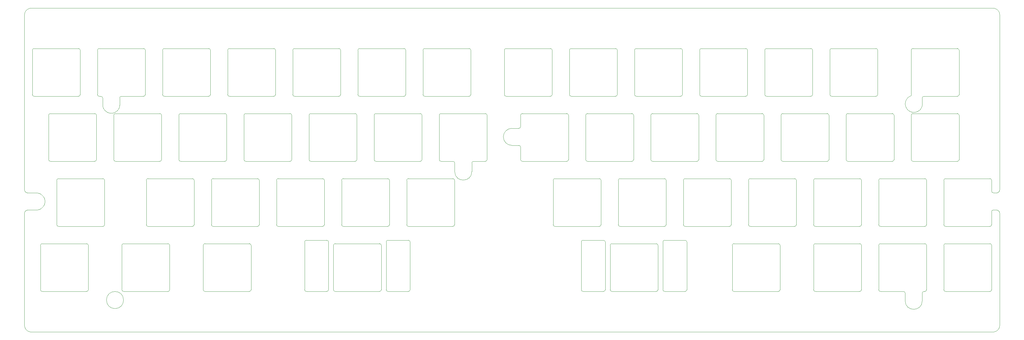
<source format=gbr>
%TF.GenerationSoftware,KiCad,Pcbnew,8.0.0*%
%TF.CreationDate,2024-04-24T08:36:32-07:00*%
%TF.ProjectId,plate,706c6174-652e-46b6-9963-61645f706362,rev?*%
%TF.SameCoordinates,Original*%
%TF.FileFunction,Profile,NP*%
%FSLAX46Y46*%
G04 Gerber Fmt 4.6, Leading zero omitted, Abs format (unit mm)*
G04 Created by KiCad (PCBNEW 8.0.0) date 2024-04-24 08:36:32*
%MOMM*%
%LPD*%
G01*
G04 APERTURE LIST*
%TA.AperFunction,Profile*%
%ADD10C,0.010000*%
%TD*%
%ADD11C,0.010000*%
G04 APERTURE END LIST*
D10*
X249766750Y-157720000D02*
G75*
G02*
X249266800Y-157219999I50J500000D01*
G01*
X140172498Y-119620000D02*
X127172500Y-119620000D01*
X65260000Y-100570000D02*
G75*
G02*
X64760000Y-100069999I0J500000D01*
G01*
X192559998Y-100570000D02*
X179560000Y-100570000D01*
X152866249Y-144220001D02*
G75*
G02*
X153366250Y-143719949I500051J1D01*
G01*
X197822499Y-106120002D02*
X197822499Y-119119999D01*
X146222500Y-119620000D02*
G75*
G02*
X145722500Y-119119999I0J500000D01*
G01*
X345459999Y-134344711D02*
X345459999Y-138169999D01*
X264784999Y-106120001D02*
G75*
G02*
X265285000Y-105619999I500001J1D01*
G01*
X260022499Y-100069999D02*
X260022499Y-87070001D01*
X217660000Y-124670000D02*
X230659998Y-124670000D01*
X135409998Y-100570000D02*
X122410000Y-100570000D01*
X256266749Y-143220002D02*
X256266749Y-157219999D01*
X150197499Y-138169999D02*
G75*
G02*
X149697498Y-138669999I-499999J-1D01*
G01*
X331960000Y-143720000D02*
X344959998Y-143720000D01*
X64759999Y-100069999D02*
X64759999Y-87070001D01*
X155747500Y-138670000D02*
G75*
G02*
X155247500Y-138169999I0J500000D01*
G01*
X321934999Y-100353175D02*
X321934999Y-87070001D01*
X293860000Y-124670000D02*
X306859998Y-124670000D01*
X144428249Y-143220001D02*
G75*
G02*
X144928250Y-142719949I500051J1D01*
G01*
X72403750Y-138670000D02*
G75*
G02*
X71903800Y-138169999I50J500000D01*
G01*
X316384998Y-105620000D02*
G75*
G02*
X316885000Y-106120002I2J-500000D01*
G01*
X83022498Y-105620000D02*
G75*
G02*
X83522500Y-106120002I2J-500000D01*
G01*
X278784999Y-106120002D02*
X278784999Y-119119999D01*
X169247499Y-138169999D02*
G75*
G02*
X168747498Y-138669999I-499999J-1D01*
G01*
D11*
X63437748Y-133844710D02*
X63386291Y-133846010D01*
X63335510Y-133849870D01*
X63285467Y-133856227D01*
X63236226Y-133865017D01*
X63187848Y-133876179D01*
X63140397Y-133889649D01*
X63093936Y-133905365D01*
X63048527Y-133923263D01*
X63004234Y-133943282D01*
X62961119Y-133965357D01*
X62919244Y-133989428D01*
X62878673Y-134015429D01*
X62839469Y-134043300D01*
X62801695Y-134072978D01*
X62765412Y-134104398D01*
X62730685Y-134137500D01*
X62697576Y-134172219D01*
X62666147Y-134208493D01*
X62636462Y-134246260D01*
X62608583Y-134285456D01*
X62582574Y-134326020D01*
X62558496Y-134367887D01*
X62536414Y-134410996D01*
X62516389Y-134455283D01*
X62498485Y-134500686D01*
X62482764Y-134547142D01*
X62469289Y-134594588D01*
X62458124Y-134642962D01*
X62449330Y-134692200D01*
X62442971Y-134742241D01*
X62439110Y-134793020D01*
X62437809Y-134844477D01*
D10*
X65260000Y-86570000D02*
X78259998Y-86570000D01*
X168304249Y-157219999D02*
X168304249Y-143220001D01*
X108122500Y-105620000D02*
X121122498Y-105620000D01*
X135409998Y-86570000D02*
G75*
G02*
X135910000Y-87070002I2J-500000D01*
G01*
X347787661Y-167569439D02*
X347787661Y-134844477D01*
X140959999Y-100069999D02*
X140959999Y-87070001D01*
X141460000Y-86570000D02*
X154459998Y-86570000D01*
X207134998Y-109955490D02*
X205085306Y-109955490D01*
D11*
X320162819Y-102745489D02*
X320164991Y-102640314D01*
X320171452Y-102536247D01*
X320182115Y-102433371D01*
X320196896Y-102331773D01*
X320215708Y-102231539D01*
X320238466Y-102132754D01*
X320265085Y-102035502D01*
X320295478Y-101939871D01*
X320329561Y-101845946D01*
X320367248Y-101753811D01*
X320408453Y-101663554D01*
X320453091Y-101575258D01*
X320501076Y-101489010D01*
X320552323Y-101404896D01*
X320606746Y-101323001D01*
X320664260Y-101243410D01*
X320724778Y-101166208D01*
X320788217Y-101091483D01*
X320854489Y-101019319D01*
X320923509Y-100949801D01*
X320995193Y-100883016D01*
X321069454Y-100819048D01*
X321146207Y-100757984D01*
X321225366Y-100699909D01*
X321306845Y-100644908D01*
X321390560Y-100593067D01*
X321476425Y-100544472D01*
X321564353Y-100499208D01*
X321654261Y-100457361D01*
X321746061Y-100419016D01*
X321839669Y-100384258D01*
X321934999Y-100353175D01*
D10*
X306859998Y-157720000D02*
X293860000Y-157720000D01*
X149697498Y-138670000D02*
X136697500Y-138670000D01*
X335434998Y-86570000D02*
G75*
G02*
X335935000Y-87070002I2J-500000D01*
G01*
X231890748Y-157720000D02*
X225890750Y-157720000D01*
X117647500Y-124670000D02*
X130647498Y-124670000D01*
X83522499Y-119119999D02*
G75*
G02*
X83022498Y-119619999I-499999J-1D01*
G01*
X154459998Y-86570000D02*
G75*
G02*
X154960000Y-87070002I2J-500000D01*
G01*
X240972499Y-100069999D02*
X240972499Y-87070001D01*
X268759998Y-138670000D02*
X255760000Y-138670000D01*
X222422500Y-86570000D02*
X235422498Y-86570000D01*
X179059999Y-87070001D02*
G75*
G02*
X179560000Y-86569999I500001J1D01*
G01*
X222422500Y-100570000D02*
G75*
G02*
X221922500Y-100069999I0J500000D01*
G01*
X331960000Y-138670000D02*
G75*
G02*
X331460000Y-138169999I0J500000D01*
G01*
X85403748Y-124670000D02*
G75*
G02*
X85903700Y-125170002I-48J-500000D01*
G01*
X83522499Y-106120002D02*
X83522499Y-119119999D01*
X116859999Y-100069999D02*
G75*
G02*
X116359998Y-100569999I-499999J-1D01*
G01*
X160510000Y-100570000D02*
G75*
G02*
X160010000Y-100069999I0J500000D01*
G01*
X335934999Y-100069999D02*
G75*
G02*
X335434998Y-100569999I-499999J-1D01*
G01*
X67641250Y-157720000D02*
G75*
G02*
X67141300Y-157219999I50J500000D01*
G01*
X174797500Y-124670000D02*
X187797498Y-124670000D01*
X128266248Y-143720000D02*
G75*
G02*
X128766200Y-144220002I-48J-500000D01*
G01*
X121122498Y-119620000D02*
X108122500Y-119620000D01*
X197322498Y-105620000D02*
G75*
G02*
X197822500Y-106120002I2J-500000D01*
G01*
X335434998Y-100570000D02*
X325662687Y-100570000D01*
X335934999Y-119119999D02*
G75*
G02*
X335434998Y-119619999I-499999J-1D01*
G01*
X175304249Y-157219999D02*
G75*
G02*
X174804248Y-157720049I-500049J-1D01*
G01*
X188351146Y-122620000D02*
X188351146Y-120120001D01*
X173509998Y-86570000D02*
G75*
G02*
X174010000Y-87070002I2J-500000D01*
G01*
X312409999Y-144220001D02*
G75*
G02*
X312910000Y-143719999I500001J1D01*
G01*
X121622499Y-119119999D02*
G75*
G02*
X121122498Y-119619999I-499999J-1D01*
G01*
X203372500Y-100570000D02*
G75*
G02*
X202872500Y-100069999I0J500000D01*
G01*
X287809998Y-124670000D02*
G75*
G02*
X288310000Y-125170002I2J-500000D01*
G01*
X85903749Y-125170002D02*
X85903749Y-138169999D01*
X269259999Y-138169999D02*
G75*
G02*
X268759998Y-138669999I-499999J-1D01*
G01*
X344959998Y-143720000D02*
G75*
G02*
X345460000Y-144220002I2J-500000D01*
G01*
X160009999Y-87070001D02*
G75*
G02*
X160510000Y-86569999I500001J1D01*
G01*
X292572498Y-86570000D02*
G75*
G02*
X293072500Y-87070002I2J-500000D01*
G01*
X322435000Y-119620000D02*
G75*
G02*
X321935000Y-119119999I0J500000D01*
G01*
D11*
X345787784Y-169569317D02*
X345890697Y-169566714D01*
X345992259Y-169558991D01*
X346092344Y-169546273D01*
X346190827Y-169528686D01*
X346287582Y-169506355D01*
X346382484Y-169479406D01*
X346475406Y-169447964D01*
X346566224Y-169412156D01*
X346654811Y-169372106D01*
X346741042Y-169327941D01*
X346824790Y-169279786D01*
X346905932Y-169227768D01*
X346984340Y-169172010D01*
X347059889Y-169112640D01*
X347132454Y-169049783D01*
X347201908Y-168983564D01*
X347268127Y-168914110D01*
X347330984Y-168841545D01*
X347390354Y-168765996D01*
X347446112Y-168687587D01*
X347498131Y-168606446D01*
X347546285Y-168522697D01*
X347590450Y-168436467D01*
X347630500Y-168347880D01*
X347666308Y-168257062D01*
X347697750Y-168164140D01*
X347724699Y-168069238D01*
X347747030Y-167972482D01*
X347764617Y-167873999D01*
X347777335Y-167773914D01*
X347785058Y-167672352D01*
X347787661Y-167569439D01*
D10*
X303385000Y-119620000D02*
G75*
G02*
X302885000Y-119119999I0J500000D01*
G01*
X184322500Y-119620000D02*
G75*
G02*
X183822500Y-119119999I0J500000D01*
G01*
X325909998Y-143720000D02*
G75*
G02*
X326410000Y-144220002I2J-500000D01*
G01*
X306859998Y-138670000D02*
X293860000Y-138670000D01*
X240684999Y-119119999D02*
G75*
G02*
X240184998Y-119619999I-499999J-1D01*
G01*
D11*
X62437809Y-127847833D02*
X62439110Y-127899289D01*
X62442971Y-127950072D01*
X62449330Y-128000117D01*
X62458124Y-128049362D01*
X62469289Y-128097743D01*
X62482764Y-128145199D01*
X62498485Y-128191665D01*
X62516389Y-128237079D01*
X62536414Y-128281379D01*
X62558496Y-128324501D01*
X62582574Y-128366383D01*
X62608583Y-128406961D01*
X62636462Y-128446173D01*
X62666147Y-128483955D01*
X62697576Y-128520246D01*
X62730685Y-128554981D01*
X62765412Y-128588098D01*
X62801695Y-128619535D01*
X62839469Y-128649228D01*
X62878673Y-128677114D01*
X62919244Y-128703131D01*
X62961119Y-128727216D01*
X63004234Y-128749305D01*
X63048527Y-128769336D01*
X63093936Y-128787246D01*
X63140397Y-128802972D01*
X63187848Y-128816451D01*
X63236226Y-128827621D01*
X63285467Y-128836418D01*
X63335510Y-128842779D01*
X63386291Y-128846642D01*
X63437748Y-128847944D01*
D10*
X85313416Y-102996010D02*
X85313416Y-101070001D01*
X121622499Y-106120002D02*
X121622499Y-119119999D01*
X231159999Y-138169999D02*
G75*
G02*
X230659998Y-138669999I-499999J-1D01*
G01*
X226684999Y-119119999D02*
X226684999Y-106120001D01*
X335934999Y-106120002D02*
X335934999Y-119119999D01*
X130647498Y-138670000D02*
X117647500Y-138670000D01*
X67141249Y-157219999D02*
X67141249Y-144220001D01*
X140672499Y-106120002D02*
X140672499Y-119119999D01*
X63437748Y-128847944D02*
X65927519Y-128847944D01*
X278284998Y-119620000D02*
X265285000Y-119620000D01*
X236209999Y-138169999D02*
X236209999Y-125170001D01*
X319662855Y-157720000D02*
G75*
G02*
X320162900Y-158220001I45J-500000D01*
G01*
X140172498Y-105620000D02*
G75*
G02*
X140672500Y-106120002I2J-500000D01*
G01*
X297834999Y-106120002D02*
X297834999Y-119119999D01*
X306859998Y-124670000D02*
G75*
G02*
X307360000Y-125170002I2J-500000D01*
G01*
X312910000Y-157720000D02*
G75*
G02*
X312410000Y-157219999I0J500000D01*
G01*
X293072499Y-87070002D02*
X293072499Y-100069999D01*
X278284998Y-105620000D02*
G75*
G02*
X278785000Y-106120002I2J-500000D01*
G01*
X128266248Y-157720000D02*
X115266250Y-157720000D01*
X293072499Y-100069999D02*
G75*
G02*
X292572498Y-100569999I-499999J-1D01*
G01*
X216372498Y-100570000D02*
X203372500Y-100570000D01*
X292572498Y-100570000D02*
X279572500Y-100570000D01*
X144428249Y-157219999D02*
X144428249Y-143220001D01*
X321934999Y-119119999D02*
X321934999Y-106120001D01*
X216872499Y-87070002D02*
X216872499Y-100069999D01*
X153366250Y-143720000D02*
X166366248Y-143720000D01*
X207634999Y-109455489D02*
G75*
G02*
X207134998Y-109955499I-499999J-11D01*
G01*
X78759999Y-87070002D02*
X78759999Y-100069999D01*
X97309998Y-100570000D02*
X90813456Y-100570000D01*
X284335000Y-105620000D02*
X297334998Y-105620000D01*
X283047498Y-157720000D02*
X270047500Y-157720000D01*
X165272500Y-119620000D02*
G75*
G02*
X164772500Y-119119999I0J500000D01*
G01*
X78259998Y-100570000D02*
X65260000Y-100570000D01*
X80641248Y-157720000D02*
X67641250Y-157720000D01*
X260022499Y-87070001D02*
G75*
G02*
X260522500Y-86569999I500001J1D01*
G01*
X298122499Y-100069999D02*
X298122499Y-87070001D01*
X165272500Y-105620000D02*
X178272498Y-105620000D01*
X344959998Y-124670000D02*
G75*
G02*
X345460000Y-125170002I2J-500000D01*
G01*
X269259999Y-125170002D02*
X269259999Y-138169999D01*
D11*
X346787895Y-128847944D02*
X346839351Y-128846642D01*
X346890130Y-128842779D01*
X346940171Y-128836418D01*
X346989409Y-128827621D01*
X347037783Y-128816451D01*
X347085229Y-128802972D01*
X347131685Y-128787246D01*
X347177088Y-128769336D01*
X347221375Y-128749305D01*
X347264484Y-128727216D01*
X347306351Y-128703131D01*
X347346914Y-128677114D01*
X347386111Y-128649228D01*
X347423877Y-128619535D01*
X347460152Y-128588098D01*
X347494871Y-128554981D01*
X347527972Y-128520246D01*
X347559393Y-128483955D01*
X347589070Y-128446173D01*
X347616941Y-128406961D01*
X347642943Y-128366383D01*
X347667013Y-128324501D01*
X347689089Y-128281379D01*
X347709107Y-128237079D01*
X347727005Y-128191665D01*
X347742721Y-128145199D01*
X347756191Y-128097743D01*
X347767353Y-128049362D01*
X347776143Y-128000117D01*
X347782500Y-127950072D01*
X347786360Y-127899289D01*
X347787661Y-127847833D01*
D10*
X345459999Y-157219999D02*
G75*
G02*
X344959998Y-157719999I-499999J-1D01*
G01*
X235422498Y-100570000D02*
X222422500Y-100570000D01*
X316884999Y-119119999D02*
G75*
G02*
X316384998Y-119619999I-499999J-1D01*
G01*
X88572499Y-106120001D02*
G75*
G02*
X89072500Y-105619999I500001J1D01*
G01*
D11*
X325162686Y-102745489D02*
X325159433Y-102874146D01*
X325149782Y-103001114D01*
X325133888Y-103126235D01*
X325111908Y-103249354D01*
X325084000Y-103370312D01*
X325050320Y-103488952D01*
X325011025Y-103605118D01*
X324966272Y-103718653D01*
X324916218Y-103829398D01*
X324861021Y-103937198D01*
X324800837Y-104041895D01*
X324735822Y-104143332D01*
X324666134Y-104241352D01*
X324591931Y-104335798D01*
X324513368Y-104426513D01*
X324430603Y-104513339D01*
X324343792Y-104596121D01*
X324253094Y-104674699D01*
X324158663Y-104748919D01*
X324060659Y-104818622D01*
X323959237Y-104883651D01*
X323854554Y-104943850D01*
X323746768Y-104999061D01*
X323636035Y-105049127D01*
X323522512Y-105093891D01*
X323406356Y-105133197D01*
X323287725Y-105166886D01*
X323166775Y-105194802D01*
X323043663Y-105216788D01*
X322918546Y-105232687D01*
X322791581Y-105242341D01*
X322662925Y-105245595D01*
D10*
X150928248Y-142720000D02*
G75*
G02*
X151428200Y-143220002I-48J-500000D01*
G01*
X217159999Y-125170001D02*
G75*
G02*
X217660000Y-124669999I500001J1D01*
G01*
X187797498Y-138670000D02*
X174797500Y-138670000D01*
X245734999Y-106120001D02*
G75*
G02*
X246235000Y-105619999I500001J1D01*
G01*
X159222498Y-105620000D02*
G75*
G02*
X159722500Y-106120002I2J-500000D01*
G01*
X108122500Y-119620000D02*
G75*
G02*
X107622500Y-119119999I0J500000D01*
G01*
X221634999Y-119119999D02*
X221634999Y-106120002D01*
X247828749Y-144220002D02*
X247828749Y-157219999D01*
X293860000Y-143720000D02*
X306859998Y-143720000D01*
X235922499Y-87070002D02*
X235922499Y-100069999D01*
X255760000Y-124670000D02*
X268759998Y-124670000D01*
X274309999Y-138169999D02*
X274309999Y-125170001D01*
X325909998Y-157720000D02*
X325666015Y-157720000D01*
X259734999Y-106120002D02*
X259734999Y-119119999D01*
X346787895Y-133844710D02*
X345960000Y-133844710D01*
X85903749Y-138169999D02*
G75*
G02*
X85403748Y-138670049I-500049J-1D01*
G01*
X197822499Y-119119999D02*
G75*
G02*
X197322498Y-119619999I-499999J-1D01*
G01*
X193351146Y-120120001D02*
G75*
G02*
X193851147Y-119620046I499954J1D01*
G01*
X283547499Y-157219999D02*
G75*
G02*
X283047498Y-157719999I-499999J-1D01*
G01*
X179560000Y-100570000D02*
G75*
G02*
X179060000Y-100069999I0J500000D01*
G01*
X128766249Y-157219999D02*
G75*
G02*
X128266248Y-157720049I-500049J-1D01*
G01*
X78259998Y-86570000D02*
G75*
G02*
X78760000Y-87070002I2J-500000D01*
G01*
X83022498Y-119620000D02*
X70022500Y-119620000D01*
X117147499Y-138169999D02*
X117147499Y-125170001D01*
X135909999Y-100069999D02*
G75*
G02*
X135409998Y-100569999I-499999J-1D01*
G01*
X90953749Y-144220001D02*
G75*
G02*
X91453750Y-143719949I500051J1D01*
G01*
X202872499Y-100069999D02*
X202872499Y-87070001D01*
X331960000Y-124670000D02*
X344959998Y-124670000D01*
X293359999Y-144220001D02*
G75*
G02*
X293860000Y-143719999I500001J1D01*
G01*
X298622500Y-100570000D02*
G75*
G02*
X298122500Y-100069999I0J500000D01*
G01*
X136697500Y-124670000D02*
X149697498Y-124670000D01*
X202872499Y-87070001D02*
G75*
G02*
X203372500Y-86569999I500001J1D01*
G01*
X159222498Y-119620000D02*
X146222500Y-119620000D01*
X331459999Y-157219999D02*
X331459999Y-144220001D01*
X326409999Y-144220002D02*
X326409999Y-157219999D01*
X235922499Y-100069999D02*
G75*
G02*
X235422498Y-100569999I-499999J-1D01*
G01*
X217660000Y-138670000D02*
G75*
G02*
X217160000Y-138169999I0J500000D01*
G01*
X283834999Y-119119999D02*
X283834999Y-106120001D01*
X81141249Y-144220002D02*
X81141249Y-157219999D01*
X98097499Y-125170001D02*
G75*
G02*
X98597500Y-124669999I500001J1D01*
G01*
X247328748Y-157720000D02*
X234328750Y-157720000D01*
X307359999Y-157219999D02*
G75*
G02*
X306859998Y-157719999I-499999J-1D01*
G01*
X131147499Y-138169999D02*
G75*
G02*
X130647498Y-138669999I-499999J-1D01*
G01*
X255259999Y-138169999D02*
X255259999Y-125170001D01*
X265285000Y-119620000D02*
G75*
G02*
X264785000Y-119119999I0J500000D01*
G01*
X69522499Y-119119999D02*
X69522499Y-106120001D01*
X302884999Y-106120001D02*
G75*
G02*
X303385000Y-105619999I500001J1D01*
G01*
X169247499Y-125170002D02*
X169247499Y-138169999D01*
D11*
X62437809Y-167569439D02*
X62440411Y-167672352D01*
X62448134Y-167773914D01*
X62460852Y-167873999D01*
X62478439Y-167972482D01*
X62500771Y-168069238D01*
X62527721Y-168164140D01*
X62559163Y-168257062D01*
X62594972Y-168347880D01*
X62635023Y-168436467D01*
X62679189Y-168522697D01*
X62727346Y-168606446D01*
X62779367Y-168687587D01*
X62835127Y-168765996D01*
X62894500Y-168841545D01*
X62957360Y-168914110D01*
X63023583Y-168983564D01*
X63093042Y-169049783D01*
X63165611Y-169112640D01*
X63241166Y-169172010D01*
X63319580Y-169227768D01*
X63400728Y-169279786D01*
X63484484Y-169327941D01*
X63570723Y-169372106D01*
X63659319Y-169412156D01*
X63750146Y-169447964D01*
X63843079Y-169479406D01*
X63937991Y-169506355D01*
X64034759Y-169528686D01*
X64133255Y-169546273D01*
X64233354Y-169558991D01*
X64334931Y-169566714D01*
X64437860Y-169569317D01*
X68425902Y-131346327D02*
X68422650Y-131474888D01*
X68413002Y-131601762D01*
X68397113Y-131726792D01*
X68375141Y-131849821D01*
X68347242Y-131970692D01*
X68313574Y-132089248D01*
X68274294Y-132205331D01*
X68229558Y-132318786D01*
X68179524Y-132429454D01*
X68124349Y-132537179D01*
X68064189Y-132641803D01*
X67999202Y-132743171D01*
X67929544Y-132841124D01*
X67855374Y-132935506D01*
X67776847Y-133026160D01*
X67694120Y-133112928D01*
X67607352Y-133195655D01*
X67516698Y-133274182D01*
X67422316Y-133348352D01*
X67324363Y-133418010D01*
X67222995Y-133482997D01*
X67118371Y-133543157D01*
X67010646Y-133598332D01*
X66899978Y-133648366D01*
X66786523Y-133693102D01*
X66670440Y-133732382D01*
X66551884Y-133766050D01*
X66431013Y-133793949D01*
X66307984Y-133815921D01*
X66182954Y-133831810D01*
X66056080Y-133841458D01*
X65927519Y-133844710D01*
D10*
X216872499Y-100069999D02*
G75*
G02*
X216372498Y-100569999I-499999J-1D01*
G01*
X84310000Y-100570000D02*
G75*
G02*
X83810000Y-100069999I0J500000D01*
G01*
X187797498Y-124670000D02*
G75*
G02*
X188297500Y-125170002I2J-500000D01*
G01*
X316384998Y-119620000D02*
X303385000Y-119620000D01*
X187851145Y-119620000D02*
X184322500Y-119620000D01*
X259234998Y-105620000D02*
G75*
G02*
X259735000Y-106120002I2J-500000D01*
G01*
X97809999Y-100069999D02*
G75*
G02*
X97309998Y-100569999I-499999J-1D01*
G01*
X235422498Y-86570000D02*
G75*
G02*
X235922500Y-87070002I2J-500000D01*
G01*
X259734999Y-119119999D02*
G75*
G02*
X259234998Y-119619999I-499999J-1D01*
G01*
X188297499Y-138169999D02*
G75*
G02*
X187797498Y-138669999I-499999J-1D01*
G01*
X141460000Y-100570000D02*
G75*
G02*
X140960000Y-100069999I0J500000D01*
G01*
X145722499Y-106120001D02*
G75*
G02*
X146222500Y-105619999I500001J1D01*
G01*
X325166014Y-158219896D02*
X325165546Y-160456033D01*
X122410000Y-100570000D02*
G75*
G02*
X121910000Y-100069999I0J500000D01*
G01*
X303385000Y-105620000D02*
X316384998Y-105620000D01*
X150928248Y-157720000D02*
X144928250Y-157720000D01*
X233828749Y-157219999D02*
X233828749Y-144220001D01*
X121909999Y-87070001D02*
G75*
G02*
X122410000Y-86569999I500001J1D01*
G01*
X236710000Y-124670000D02*
X249709998Y-124670000D01*
X84310000Y-86570000D02*
X97309998Y-86570000D01*
X216372498Y-86570000D02*
G75*
G02*
X216872500Y-87070002I2J-500000D01*
G01*
X221634999Y-119119999D02*
G75*
G02*
X221134998Y-119619999I-499999J-1D01*
G01*
X260522500Y-86570000D02*
X273522498Y-86570000D01*
X274022499Y-87070002D02*
X274022499Y-100069999D01*
X98097499Y-138169999D02*
X98097499Y-125170001D01*
X230659998Y-138670000D02*
X217660000Y-138670000D01*
X227185000Y-119620000D02*
G75*
G02*
X226685000Y-119119999I0J500000D01*
G01*
X254972499Y-87070002D02*
X254972499Y-100069999D01*
X117647500Y-138670000D02*
G75*
G02*
X117147500Y-138169999I0J500000D01*
G01*
X274810000Y-138670000D02*
G75*
G02*
X274310000Y-138169999I0J500000D01*
G01*
X111597498Y-124670000D02*
G75*
G02*
X112097500Y-125170002I2J-500000D01*
G01*
X83809999Y-87070001D02*
G75*
G02*
X84310000Y-86569999I500001J1D01*
G01*
X232390749Y-157219999D02*
G75*
G02*
X231890748Y-157720049I-500049J-1D01*
G01*
X225890750Y-142720000D02*
X231890748Y-142720000D01*
X236710000Y-138670000D02*
G75*
G02*
X236210000Y-138169999I0J500000D01*
G01*
X153366250Y-157720000D02*
G75*
G02*
X152866300Y-157219999I50J500000D01*
G01*
X316884999Y-106120002D02*
X316884999Y-119119999D01*
X240684999Y-106120002D02*
X240684999Y-119119999D01*
X107622499Y-119119999D02*
X107622499Y-106120001D01*
X166366248Y-143720000D02*
G75*
G02*
X166866200Y-144220002I-48J-500000D01*
G01*
X345960000Y-128847944D02*
X346787895Y-128847944D01*
X245734999Y-119119999D02*
X245734999Y-106120001D01*
X269547499Y-157219999D02*
X269547499Y-144220001D01*
X89072500Y-119620000D02*
G75*
G02*
X88572500Y-119119999I0J500000D01*
G01*
X236209999Y-125170001D02*
G75*
G02*
X236710000Y-124669999I500001J1D01*
G01*
X298122499Y-87070001D02*
G75*
G02*
X298622500Y-86569999I500001J1D01*
G01*
X225390749Y-157219999D02*
X225390749Y-143220001D01*
X115266250Y-157720000D02*
G75*
G02*
X114766300Y-157219999I50J500000D01*
G01*
X97809999Y-87070002D02*
X97809999Y-100069999D01*
X279072499Y-100069999D02*
X279072499Y-87070001D01*
X260522500Y-100570000D02*
G75*
G02*
X260022500Y-100069999I0J500000D01*
G01*
X168804250Y-142720000D02*
X174804248Y-142720000D01*
X279572500Y-100570000D02*
G75*
G02*
X279072500Y-100069999I0J500000D01*
G01*
X131147499Y-125170002D02*
X131147499Y-138169999D01*
X116359998Y-86570000D02*
G75*
G02*
X116860000Y-87070002I2J-500000D01*
G01*
D11*
X347787661Y-76719515D02*
X347785058Y-76616586D01*
X347777335Y-76515009D01*
X347764617Y-76414910D01*
X347747030Y-76316414D01*
X347724699Y-76219647D01*
X347697750Y-76124734D01*
X347666308Y-76031801D01*
X347630500Y-75940974D01*
X347590450Y-75852378D01*
X347546285Y-75766140D01*
X347498131Y-75682383D01*
X347446112Y-75601235D01*
X347390354Y-75522821D01*
X347330984Y-75447267D01*
X347268127Y-75374697D01*
X347201908Y-75305238D01*
X347132454Y-75239016D01*
X347059889Y-75176155D01*
X346984340Y-75116782D01*
X346905932Y-75061022D01*
X346824790Y-75009001D01*
X346741042Y-74960845D01*
X346654811Y-74916679D01*
X346566224Y-74876628D01*
X346475406Y-74840819D01*
X346382484Y-74809377D01*
X346287582Y-74782427D01*
X346190827Y-74760095D01*
X346092344Y-74742508D01*
X345992259Y-74729790D01*
X345890697Y-74722067D01*
X345787784Y-74719465D01*
D10*
X140959999Y-87070001D02*
G75*
G02*
X141460000Y-86569999I500001J1D01*
G01*
X273522498Y-100570000D02*
X260522500Y-100570000D01*
X151428249Y-143220002D02*
X151428249Y-157219999D01*
X255766748Y-142720000D02*
G75*
G02*
X256266700Y-143220002I-48J-500000D01*
G01*
X312409999Y-157219999D02*
X312409999Y-144220001D01*
X159722499Y-119119999D02*
G75*
G02*
X159222498Y-119619999I-499999J-1D01*
G01*
X246235000Y-105620000D02*
X259234998Y-105620000D01*
X69522499Y-106120001D02*
G75*
G02*
X70022500Y-105619999I500001J1D01*
G01*
X279072499Y-87070001D02*
G75*
G02*
X279572500Y-86569999I500001J1D01*
G01*
X255766748Y-157720000D02*
X249766750Y-157720000D01*
X174797500Y-138670000D02*
G75*
G02*
X174297500Y-138169999I0J500000D01*
G01*
X207634999Y-106120001D02*
X207634999Y-109455489D01*
X174297499Y-125170001D02*
G75*
G02*
X174797500Y-124669999I500001J1D01*
G01*
X297334998Y-105620000D02*
G75*
G02*
X297835000Y-106120002I2J-500000D01*
G01*
X98597500Y-138670000D02*
G75*
G02*
X98097500Y-138169999I0J500000D01*
G01*
X249709998Y-124670000D02*
G75*
G02*
X250210000Y-125170002I2J-500000D01*
G01*
X173509998Y-100570000D02*
X160510000Y-100570000D01*
X71903749Y-138169999D02*
X71903749Y-125170001D01*
X322435000Y-105620000D02*
X335434998Y-105620000D01*
X126672499Y-119119999D02*
X126672499Y-106120001D01*
X166866249Y-157219999D02*
G75*
G02*
X166366248Y-157720049I-500049J-1D01*
G01*
X64437860Y-169569317D02*
X345787784Y-169569317D01*
X335434998Y-105620000D02*
G75*
G02*
X335935000Y-106120002I2J-500000D01*
G01*
X111597498Y-138670000D02*
X98597500Y-138670000D01*
X114766249Y-157219999D02*
X114766249Y-144220001D01*
X154459998Y-100570000D02*
X141460000Y-100570000D01*
X233828749Y-144220001D02*
G75*
G02*
X234328750Y-143719949I500051J1D01*
G01*
X67141249Y-144220001D02*
G75*
G02*
X67641250Y-143719949I500051J1D01*
G01*
X344959998Y-138670000D02*
X331960000Y-138670000D01*
X117147499Y-125170001D02*
G75*
G02*
X117647500Y-124669999I500001J1D01*
G01*
X335434998Y-119620000D02*
X322435000Y-119620000D01*
X311622498Y-100570000D02*
X298622500Y-100570000D01*
X254472498Y-86570000D02*
G75*
G02*
X254972500Y-87070002I2J-500000D01*
G01*
X293359999Y-125170001D02*
G75*
G02*
X293860000Y-124669999I500001J1D01*
G01*
X249766750Y-142720000D02*
X255766748Y-142720000D01*
X240184998Y-119620000D02*
X227185000Y-119620000D01*
X345459999Y-125170002D02*
X345459999Y-128347943D01*
X203372500Y-86570000D02*
X216372498Y-86570000D01*
X179560000Y-86570000D02*
X192559998Y-86570000D01*
X160009999Y-100069999D02*
X160009999Y-87070001D01*
X326409999Y-125170002D02*
X326409999Y-138169999D01*
X283834999Y-106120001D02*
G75*
G02*
X284335000Y-105619999I500001J1D01*
G01*
X178272498Y-119620000D02*
X165272500Y-119620000D01*
X254472498Y-100570000D02*
X241472500Y-100570000D01*
X205085306Y-114955490D02*
X207134998Y-114955490D01*
X192559998Y-86570000D02*
G75*
G02*
X193060000Y-87070001I2J-500000D01*
G01*
X146222500Y-105620000D02*
X159222498Y-105620000D01*
X197322498Y-119620000D02*
X193851147Y-119620000D01*
X254972499Y-100069999D02*
G75*
G02*
X254472498Y-100569999I-499999J-1D01*
G01*
X67641250Y-143720000D02*
X80641248Y-143720000D01*
X241472500Y-86570000D02*
X254472498Y-86570000D01*
X249709998Y-138670000D02*
X236710000Y-138670000D01*
X250209999Y-138169999D02*
G75*
G02*
X249709998Y-138669999I-499999J-1D01*
G01*
X102572499Y-106120002D02*
X102572499Y-119119999D01*
D11*
X90313455Y-102996006D02*
X90310201Y-103124663D01*
X90300547Y-103251631D01*
X90284648Y-103376752D01*
X90262663Y-103499871D01*
X90234747Y-103620829D01*
X90201058Y-103739469D01*
X90161753Y-103855635D01*
X90116990Y-103969169D01*
X90066925Y-104079915D01*
X90011715Y-104187715D01*
X89951518Y-104292412D01*
X89886491Y-104393849D01*
X89816790Y-104491869D01*
X89742574Y-104586314D01*
X89663998Y-104677029D01*
X89581221Y-104763856D01*
X89494398Y-104846637D01*
X89403688Y-104925216D01*
X89309248Y-104999435D01*
X89211234Y-105069138D01*
X89109803Y-105134168D01*
X89005114Y-105194366D01*
X88897322Y-105249577D01*
X88786585Y-105299643D01*
X88673060Y-105344407D01*
X88556905Y-105383713D01*
X88438275Y-105417402D01*
X88317329Y-105445318D01*
X88194223Y-105467304D01*
X88069115Y-105483203D01*
X87942162Y-105492857D01*
X87813521Y-105496111D01*
D10*
X112097499Y-125170002D02*
X112097499Y-138169999D01*
X311622498Y-86570000D02*
G75*
G02*
X312122500Y-87070002I2J-500000D01*
G01*
X154959999Y-100069999D02*
G75*
G02*
X154459998Y-100569999I-499999J-1D01*
G01*
X279572500Y-86570000D02*
X292572498Y-86570000D01*
X345459999Y-134344711D02*
G75*
G02*
X345960000Y-133844699I500001J11D01*
G01*
X102072498Y-105620000D02*
G75*
G02*
X102572500Y-106120002I2J-500000D01*
G01*
X320165547Y-160455510D02*
X320162856Y-160455510D01*
X297334998Y-119620000D02*
X284335000Y-119620000D01*
X322435000Y-86570000D02*
X335434998Y-86570000D01*
X166866249Y-144220002D02*
X166866249Y-157219999D01*
X312910000Y-124670000D02*
X325909998Y-124670000D01*
D11*
X347787661Y-134844477D02*
X347786360Y-134793020D01*
X347782500Y-134742241D01*
X347776143Y-134692200D01*
X347767353Y-134642962D01*
X347756191Y-134594588D01*
X347742721Y-134547142D01*
X347727005Y-134500686D01*
X347709107Y-134455283D01*
X347689089Y-134410996D01*
X347667013Y-134367887D01*
X347642943Y-134326020D01*
X347616941Y-134285456D01*
X347589070Y-134246260D01*
X347559393Y-134208493D01*
X347527972Y-134172219D01*
X347494871Y-134137500D01*
X347460152Y-134104398D01*
X347423877Y-134072978D01*
X347386111Y-134043300D01*
X347346914Y-134015429D01*
X347306351Y-133989428D01*
X347264484Y-133965357D01*
X347221375Y-133943282D01*
X347177088Y-133923263D01*
X347131685Y-133905365D01*
X347085229Y-133889649D01*
X347037783Y-133876179D01*
X346989409Y-133865017D01*
X346940171Y-133856227D01*
X346890130Y-133849870D01*
X346839351Y-133846010D01*
X346787895Y-133844710D01*
D10*
X293359999Y-138169999D02*
X293359999Y-125170001D01*
X116359998Y-100570000D02*
X103360000Y-100570000D01*
X174804248Y-142720000D02*
G75*
G02*
X175304200Y-143220002I-48J-500000D01*
G01*
X164772499Y-119119999D02*
X164772499Y-106120001D01*
X91453750Y-157720000D02*
G75*
G02*
X90953800Y-157219999I50J500000D01*
G01*
X85403748Y-138670000D02*
X72403750Y-138670000D01*
X255760000Y-138670000D02*
G75*
G02*
X255260000Y-138169999I0J500000D01*
G01*
X193351146Y-122620000D02*
G75*
G02*
X188351146Y-122620000I-2500000J0D01*
G01*
X312910000Y-143720000D02*
X325909998Y-143720000D01*
X283547499Y-144220002D02*
X283547499Y-157219999D01*
X193351146Y-120120001D02*
X193351146Y-122620000D01*
X144928250Y-142720000D02*
X150928248Y-142720000D01*
X80641248Y-143720000D02*
G75*
G02*
X81141200Y-144220002I-48J-500000D01*
G01*
X145722499Y-119119999D02*
X145722499Y-106120001D01*
X312409999Y-125170001D02*
G75*
G02*
X312910000Y-124669999I500001J1D01*
G01*
X184322500Y-105620000D02*
X197322498Y-105620000D01*
X293359999Y-157219999D02*
X293359999Y-144220001D01*
X160510000Y-86570000D02*
X173509998Y-86570000D01*
X155747500Y-124670000D02*
X168747498Y-124670000D01*
X240972499Y-87070001D02*
G75*
G02*
X241472500Y-86569999I500001J1D01*
G01*
X136697500Y-138670000D02*
G75*
G02*
X136197500Y-138169999I0J500000D01*
G01*
X221134998Y-105620000D02*
X208135000Y-105620000D01*
X174009999Y-87070002D02*
X174009999Y-100069999D01*
X64759999Y-87070001D02*
G75*
G02*
X65260000Y-86569999I500001J1D01*
G01*
X288309999Y-125170002D02*
X288309999Y-138169999D01*
X168804250Y-157720000D02*
G75*
G02*
X168304300Y-157219999I50J500000D01*
G01*
X144928250Y-157720000D02*
G75*
G02*
X144428300Y-157219999I50J500000D01*
G01*
X81141249Y-157219999D02*
G75*
G02*
X80641248Y-157720049I-500049J-1D01*
G01*
X127172500Y-105620000D02*
X140172498Y-105620000D01*
X103360000Y-100570000D02*
G75*
G02*
X102860000Y-100069999I0J500000D01*
G01*
X325909998Y-124670000D02*
G75*
G02*
X326410000Y-125170002I2J-500000D01*
G01*
X168747498Y-124670000D02*
G75*
G02*
X169247500Y-125170002I2J-500000D01*
G01*
X274810000Y-124670000D02*
X287809998Y-124670000D01*
X178772499Y-119119999D02*
G75*
G02*
X178272498Y-119619999I-499999J-1D01*
G01*
X140672499Y-119119999D02*
G75*
G02*
X140172498Y-119619999I-499999J-1D01*
G01*
X256266749Y-157219999D02*
G75*
G02*
X255766748Y-157720049I-500049J-1D01*
G01*
X226684999Y-106120001D02*
G75*
G02*
X227185000Y-105619999I500001J1D01*
G01*
X62437809Y-76719515D02*
X62437809Y-127847833D01*
X326409999Y-157219999D02*
G75*
G02*
X325909998Y-157719999I-499999J-1D01*
G01*
X70022500Y-119620000D02*
G75*
G02*
X69522500Y-119119999I0J500000D01*
G01*
X175304249Y-143220002D02*
X175304249Y-157219999D01*
X325909998Y-138670000D02*
X312910000Y-138670000D01*
X255259999Y-125170001D02*
G75*
G02*
X255760000Y-124669999I500001J1D01*
G01*
X127172500Y-119620000D02*
G75*
G02*
X126672500Y-119119999I0J500000D01*
G01*
X116859999Y-87070002D02*
X116859999Y-100069999D01*
X65927519Y-133844710D02*
X63437748Y-133844710D01*
X217159999Y-138169999D02*
X217159999Y-125170001D01*
X98597500Y-124670000D02*
X111597498Y-124670000D01*
X344959998Y-157720000D02*
X331960000Y-157720000D01*
X207634999Y-106120001D02*
G75*
G02*
X208135000Y-105619999I500001J1D01*
G01*
X104953749Y-157219999D02*
G75*
G02*
X104453748Y-157720049I-500049J-1D01*
G01*
X149697498Y-124670000D02*
G75*
G02*
X150197500Y-125170002I2J-500000D01*
G01*
X114766249Y-144220001D02*
G75*
G02*
X115266250Y-143719949I500051J1D01*
G01*
X307359999Y-125170002D02*
X307359999Y-138169999D01*
X178272498Y-105620000D02*
G75*
G02*
X178772500Y-106120002I2J-500000D01*
G01*
D11*
X87813521Y-105496111D02*
X87684863Y-105492857D01*
X87557896Y-105483203D01*
X87432774Y-105467304D01*
X87309656Y-105445318D01*
X87188698Y-105417402D01*
X87070058Y-105383713D01*
X86953892Y-105344408D01*
X86840358Y-105299644D01*
X86729612Y-105249578D01*
X86621813Y-105194367D01*
X86517116Y-105134168D01*
X86415679Y-105069139D01*
X86317659Y-104999436D01*
X86223213Y-104925217D01*
X86132498Y-104846638D01*
X86045672Y-104763857D01*
X85962891Y-104677031D01*
X85884312Y-104586316D01*
X85810092Y-104491870D01*
X85740389Y-104393850D01*
X85675360Y-104292414D01*
X85615161Y-104187717D01*
X85559950Y-104079917D01*
X85509884Y-103969172D01*
X85465120Y-103855638D01*
X85425814Y-103739472D01*
X85392125Y-103620832D01*
X85364208Y-103499874D01*
X85342222Y-103376756D01*
X85326323Y-103251634D01*
X85316669Y-103124667D01*
X85313416Y-102996010D01*
D10*
X152866249Y-157219999D02*
X152866249Y-144220001D01*
X273522498Y-86570000D02*
G75*
G02*
X274022500Y-87070002I2J-500000D01*
G01*
X155247499Y-125170001D02*
G75*
G02*
X155747500Y-124669999I500001J1D01*
G01*
X293860000Y-157720000D02*
G75*
G02*
X293360000Y-157219999I0J500000D01*
G01*
X121909999Y-100069999D02*
X121909999Y-87070001D01*
X270047500Y-157720000D02*
G75*
G02*
X269547500Y-157219999I0J500000D01*
G01*
X130647498Y-124670000D02*
G75*
G02*
X131147500Y-125170002I2J-500000D01*
G01*
X188297499Y-125170002D02*
X188297499Y-138169999D01*
X151428249Y-157219999D02*
G75*
G02*
X150928248Y-157720049I-500049J-1D01*
G01*
X264784999Y-119119999D02*
X264784999Y-106120001D01*
X72403750Y-124670000D02*
X85403748Y-124670000D01*
X208135000Y-119620000D02*
X221134998Y-119620000D01*
X302884999Y-119119999D02*
X302884999Y-106120001D01*
X155247499Y-138169999D02*
X155247499Y-125170001D01*
X331960000Y-157720000D02*
G75*
G02*
X331460000Y-157219999I0J500000D01*
G01*
X227185000Y-105620000D02*
X240184998Y-105620000D01*
X325162686Y-101070001D02*
G75*
G02*
X325662687Y-100569986I500014J1D01*
G01*
X250209999Y-125170002D02*
X250209999Y-138169999D01*
X231890748Y-142720000D02*
G75*
G02*
X232390700Y-143220002I-48J-500000D01*
G01*
X207634999Y-115455491D02*
X207634999Y-119119999D01*
X103360000Y-86570000D02*
X116359998Y-86570000D01*
X246235000Y-119620000D02*
G75*
G02*
X245735000Y-119119999I0J500000D01*
G01*
X154959999Y-87070002D02*
X154959999Y-100069999D01*
X187851145Y-119620000D02*
G75*
G02*
X188351100Y-120120001I-45J-500000D01*
G01*
X307359999Y-138169999D02*
G75*
G02*
X306859998Y-138669999I-499999J-1D01*
G01*
X71903749Y-125170001D02*
G75*
G02*
X72403750Y-124669949I500051J1D01*
G01*
X232390749Y-143220002D02*
X232390749Y-157219999D01*
X247328748Y-143720000D02*
G75*
G02*
X247828700Y-144220002I-48J-500000D01*
G01*
X345960000Y-128847944D02*
G75*
G02*
X345459956Y-128347943I0J500044D01*
G01*
X164772499Y-106120001D02*
G75*
G02*
X165272500Y-105619999I500001J1D01*
G01*
X231159999Y-125170002D02*
X231159999Y-138169999D01*
X287809998Y-138670000D02*
X274810000Y-138670000D01*
X107622499Y-106120001D02*
G75*
G02*
X108122500Y-105619999I500001J1D01*
G01*
X345459999Y-138169999D02*
G75*
G02*
X344959998Y-138669999I-499999J-1D01*
G01*
D11*
X322662925Y-105245595D02*
X322534267Y-105242341D01*
X322407299Y-105232687D01*
X322282177Y-105216788D01*
X322159059Y-105194802D01*
X322038101Y-105166886D01*
X321919460Y-105133197D01*
X321803294Y-105093891D01*
X321689760Y-105049127D01*
X321579014Y-104999061D01*
X321471215Y-104943850D01*
X321366518Y-104883651D01*
X321265081Y-104818622D01*
X321167061Y-104748919D01*
X321072615Y-104674699D01*
X320981900Y-104596121D01*
X320895073Y-104513339D01*
X320812292Y-104426513D01*
X320733713Y-104335798D01*
X320659494Y-104241352D01*
X320589791Y-104143332D01*
X320524762Y-104041895D01*
X320464563Y-103937198D01*
X320409352Y-103829398D01*
X320359286Y-103718653D01*
X320314522Y-103605118D01*
X320275216Y-103488952D01*
X320241527Y-103370312D01*
X320213611Y-103249354D01*
X320191625Y-103126235D01*
X320175726Y-103001114D01*
X320166072Y-102874146D01*
X320162819Y-102745489D01*
D10*
X90313455Y-101070001D02*
X90313455Y-102996006D01*
X102072498Y-119620000D02*
X89072500Y-119620000D01*
X70022500Y-105620000D02*
X83022498Y-105620000D01*
X135909999Y-87070002D02*
X135909999Y-100069999D01*
X320162856Y-160455510D02*
X320162856Y-158220001D01*
X104953749Y-144220002D02*
X104953749Y-157219999D01*
X249266749Y-157219999D02*
X249266749Y-143220001D01*
X88572499Y-119119999D02*
X88572499Y-106120001D01*
X168747498Y-138670000D02*
X155747500Y-138670000D01*
X298622500Y-86570000D02*
X311622498Y-86570000D01*
X102572499Y-119119999D02*
G75*
G02*
X102072498Y-119619999I-499999J-1D01*
G01*
X193059999Y-87070001D02*
X193059999Y-100069999D01*
X307359999Y-144220002D02*
X307359999Y-157219999D01*
X283047498Y-143720000D02*
G75*
G02*
X283547500Y-144220002I2J-500000D01*
G01*
X321934999Y-106120001D02*
G75*
G02*
X322435000Y-105619999I500001J1D01*
G01*
X312910000Y-138670000D02*
G75*
G02*
X312410000Y-138169999I0J500000D01*
G01*
X112097499Y-138169999D02*
G75*
G02*
X111597498Y-138669999I-499999J-1D01*
G01*
X62437809Y-134844477D02*
X62437809Y-167569439D01*
X221922499Y-87070001D02*
G75*
G02*
X222422500Y-86569999I500001J1D01*
G01*
X345787784Y-74719465D02*
X64437860Y-74719465D01*
X306859998Y-143720000D02*
G75*
G02*
X307360000Y-144220002I2J-500000D01*
G01*
X115266250Y-143720000D02*
X128266248Y-143720000D01*
X325165546Y-160456033D02*
G75*
G02*
X320165454Y-160455510I-2500046J533D01*
G01*
X136197499Y-125170001D02*
G75*
G02*
X136697500Y-124669999I500001J1D01*
G01*
X325166014Y-158219896D02*
G75*
G02*
X325666015Y-157720014I499986J-104D01*
G01*
X205085306Y-114955490D02*
G75*
G02*
X205085306Y-109955510I-6J2499990D01*
G01*
X312409999Y-138169999D02*
X312409999Y-125170001D01*
D11*
X65927519Y-128847944D02*
X66056080Y-128851194D01*
X66182954Y-128860839D01*
X66307984Y-128876724D01*
X66431013Y-128898690D01*
X66551884Y-128926582D01*
X66670440Y-128960241D01*
X66786523Y-128999513D01*
X66899978Y-129044239D01*
X67010646Y-129094262D01*
X67118371Y-129149427D01*
X67222995Y-129209576D01*
X67324363Y-129274553D01*
X67422316Y-129344200D01*
X67516698Y-129418360D01*
X67607352Y-129496878D01*
X67694120Y-129579596D01*
X67776847Y-129666357D01*
X67855374Y-129757004D01*
X67929544Y-129851381D01*
X67999202Y-129949331D01*
X68064189Y-130050697D01*
X68124349Y-130155322D01*
X68179524Y-130263049D01*
X68229558Y-130373722D01*
X68274294Y-130487184D01*
X68313574Y-130603278D01*
X68347242Y-130721846D01*
X68375141Y-130842733D01*
X68397113Y-130965781D01*
X68413002Y-131090834D01*
X68422650Y-131217735D01*
X68425902Y-131346327D01*
D10*
X178772499Y-106120002D02*
X178772499Y-119119999D01*
X128766249Y-144220002D02*
X128766249Y-157219999D01*
X166366248Y-157720000D02*
X153366250Y-157720000D01*
X249266749Y-143220001D02*
G75*
G02*
X249766750Y-142719949I500051J1D01*
G01*
X102859999Y-87070001D02*
G75*
G02*
X103360000Y-86569999I500001J1D01*
G01*
X150197499Y-125170002D02*
X150197499Y-138169999D01*
X193059999Y-100069999D02*
G75*
G02*
X192559998Y-100569999I-499999J-1D01*
G01*
X78759999Y-100069999D02*
G75*
G02*
X78259998Y-100569999I-499999J-1D01*
G01*
X274022499Y-100069999D02*
G75*
G02*
X273522498Y-100569999I-499999J-1D01*
G01*
X288309999Y-138169999D02*
G75*
G02*
X287809998Y-138669999I-499999J-1D01*
G01*
X89072500Y-105620000D02*
X102072498Y-105620000D01*
X326409999Y-138169999D02*
G75*
G02*
X325909998Y-138669999I-499999J-1D01*
G01*
X335934999Y-87070002D02*
X335934999Y-100069999D01*
X90313455Y-101070001D02*
G75*
G02*
X90813456Y-100569955I500045J1D01*
G01*
X270047500Y-143720000D02*
X283047498Y-143720000D01*
X265285000Y-105620000D02*
X278284998Y-105620000D01*
X208135000Y-119620000D02*
G75*
G02*
X207635000Y-119119999I0J500000D01*
G01*
X126672499Y-106120001D02*
G75*
G02*
X127172500Y-105619999I500001J1D01*
G01*
X91453750Y-143720000D02*
X104453748Y-143720000D01*
X183822499Y-106120001D02*
G75*
G02*
X184322500Y-105619999I500001J1D01*
G01*
X230659998Y-124670000D02*
G75*
G02*
X231160000Y-125170002I2J-500000D01*
G01*
X321934999Y-87070001D02*
G75*
G02*
X322435000Y-86569999I500001J1D01*
G01*
X278784999Y-119119999D02*
G75*
G02*
X278284998Y-119619999I-499999J-1D01*
G01*
D11*
X64437860Y-74719465D02*
X64334931Y-74722067D01*
X64233354Y-74729790D01*
X64133255Y-74742508D01*
X64034759Y-74760095D01*
X63937991Y-74782427D01*
X63843079Y-74809377D01*
X63750146Y-74840819D01*
X63659319Y-74876628D01*
X63570723Y-74916679D01*
X63484484Y-74960845D01*
X63400728Y-75009001D01*
X63319580Y-75061022D01*
X63241166Y-75116782D01*
X63165611Y-75176155D01*
X63093042Y-75239016D01*
X63023583Y-75305238D01*
X62957360Y-75374697D01*
X62894500Y-75447267D01*
X62835127Y-75522821D01*
X62779367Y-75601235D01*
X62727346Y-75682383D01*
X62679189Y-75766140D01*
X62635023Y-75852378D01*
X62594972Y-75940974D01*
X62559163Y-76031801D01*
X62527721Y-76124734D01*
X62500771Y-76219647D01*
X62478439Y-76316414D01*
X62460852Y-76414910D01*
X62448134Y-76515009D01*
X62440411Y-76616586D01*
X62437809Y-76719515D01*
D10*
X84813415Y-100570000D02*
X84310000Y-100570000D01*
X247828749Y-157219999D02*
G75*
G02*
X247328748Y-157720049I-500049J-1D01*
G01*
X97309998Y-86570000D02*
G75*
G02*
X97810000Y-87070002I2J-500000D01*
G01*
X174009999Y-100069999D02*
G75*
G02*
X173509998Y-100569999I-499999J-1D01*
G01*
X331459999Y-125170001D02*
G75*
G02*
X331960000Y-124669999I500001J1D01*
G01*
X136197499Y-138169999D02*
X136197499Y-125170001D01*
X221134998Y-105620000D02*
G75*
G02*
X221635000Y-106120002I2J-500000D01*
G01*
X225390749Y-143220001D02*
G75*
G02*
X225890750Y-142719949I500051J1D01*
G01*
X297834999Y-119119999D02*
G75*
G02*
X297334998Y-119619999I-499999J-1D01*
G01*
X225890750Y-157720000D02*
G75*
G02*
X225390800Y-157219999I50J500000D01*
G01*
X159722499Y-106120002D02*
X159722499Y-119119999D01*
X104453748Y-143720000D02*
G75*
G02*
X104953700Y-144220002I-48J-500000D01*
G01*
X240184998Y-105620000D02*
G75*
G02*
X240685000Y-106120002I2J-500000D01*
G01*
X331459999Y-144220001D02*
G75*
G02*
X331960000Y-143719999I500001J1D01*
G01*
X347787661Y-127847833D02*
X347787661Y-76719515D01*
X312122499Y-87070002D02*
X312122499Y-100069999D01*
X312122499Y-100069999D02*
G75*
G02*
X311622498Y-100569999I-499999J-1D01*
G01*
X122410000Y-86570000D02*
X135409998Y-86570000D01*
X268759998Y-124670000D02*
G75*
G02*
X269260000Y-125170002I2J-500000D01*
G01*
X345459999Y-144220002D02*
X345459999Y-157219999D01*
X269547499Y-144220001D02*
G75*
G02*
X270047500Y-143719999I500001J1D01*
G01*
X331459999Y-138169999D02*
X331459999Y-125170001D01*
X319662855Y-157720000D02*
X312910000Y-157720000D01*
X104453748Y-157720000D02*
X91453750Y-157720000D01*
X274309999Y-125170001D02*
G75*
G02*
X274810000Y-124669999I500001J1D01*
G01*
X234328750Y-157720000D02*
G75*
G02*
X233828800Y-157219999I50J500000D01*
G01*
X102859999Y-100069999D02*
X102859999Y-87070001D01*
X174297499Y-138169999D02*
X174297499Y-125170001D01*
X241472500Y-100570000D02*
G75*
G02*
X240972500Y-100069999I0J500000D01*
G01*
X121122498Y-105620000D02*
G75*
G02*
X121622500Y-106120002I2J-500000D01*
G01*
X207134998Y-114955490D02*
G75*
G02*
X207635010Y-115455491I2J-500010D01*
G01*
X174804248Y-157720000D02*
X168804250Y-157720000D01*
X325162686Y-101070001D02*
X325162686Y-102745489D01*
X284335000Y-119620000D02*
G75*
G02*
X283835000Y-119119999I0J500000D01*
G01*
X168304249Y-143220001D02*
G75*
G02*
X168804250Y-142719949I500051J1D01*
G01*
X91450322Y-160244477D02*
G75*
G02*
X86450322Y-160244477I-2500000J0D01*
G01*
X86450322Y-160244477D02*
G75*
G02*
X91450322Y-160244477I2500000J0D01*
G01*
X90953749Y-157219999D02*
X90953749Y-144220001D01*
X293860000Y-138670000D02*
G75*
G02*
X293360000Y-138169999I0J500000D01*
G01*
X179059999Y-100069999D02*
X179059999Y-87070001D01*
X259234998Y-119620000D02*
X246235000Y-119620000D01*
X221922499Y-100069999D02*
X221922499Y-87070001D01*
X83809999Y-100069999D02*
X83809999Y-87070001D01*
X234328750Y-143720000D02*
X247328748Y-143720000D01*
X84813415Y-100570000D02*
G75*
G02*
X85313400Y-101070001I-15J-500000D01*
G01*
X183822499Y-119119999D02*
X183822499Y-106120001D01*
M02*

</source>
